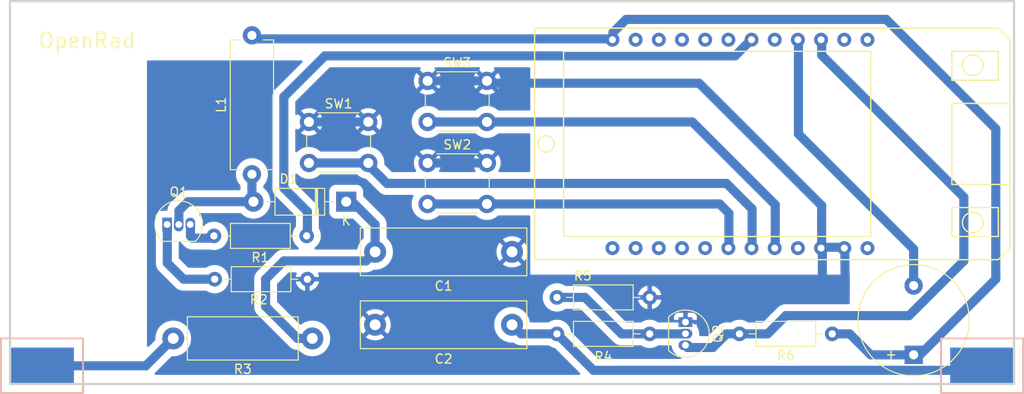
<source format=kicad_pcb>
(kicad_pcb (version 20240108) (generator "pcbnew") (generator_version "8.0")
  (layers (0 "F.Cu" signal "TopLayer") (31 "B.Cu" signal "BottomLayer") (34 "B.Paste" user "BottomPasteMaskLayer") (35 "F.Paste" user "TopPasteMaskLayer") (36 "B.SilkS" user "BottomSilkLayer") (37 "F.SilkS" user "TopSilkLayer") (38 "B.Mask" user "BottomSolderMaskLayer") (39 "F.Mask" user "TopSolderMaskLayer") (44 "Edge.Cuts" user "BoardOutLine"))
  (net 0 "")
  (net 1 "GND")
  (net 2 "ESP32(PWM)")
  (net 3 "ESP32(Interupt)")
  (net 4 "/R4_1")
  (net 5 "/R1_2")
  (net 6 "/R2_2")
  (net 7 "/R4_2")
  (net 8 "/D1_1")
  (net 9 "Net-(HIGHV1-Pad1)")
  (net 10 "/L1_1")
  (net 11 "+3.3V")
  (net 12 "Buzzer")
  (net 14 "Input2")
  (net 26 "Input3")
  (net 29 "Input1")
  (footprint "Capacitor_THT:C_Rect_L18.0mm_W5.0mm_P15.00mm_FKS3_FKP3" (layer "F.Cu") (at 129.9999 111.5004)
    (property "Reference" "C1" (at 7.5001 3.7496 0) (layer "F.SilkS"))
    (property "Value" "0.01uF" (hide yes))
    (fp_line (start -1.62 -2.62) (end -1.62 2.62) (stroke (width 0.12)) (layer "F.SilkS"))
    (fp_line (start -1.62 -2.62) (end 16.62 -2.62) (stroke (width 0.12)) (layer "F.SilkS"))
    (fp_line (start -1.62 2.62) (end 16.62 2.62) (stroke (width 0.12)) (layer "F.SilkS"))
    (fp_line (start 16.62 -2.62) (end 16.62 2.62) (stroke (width 0.12)) (layer "F.SilkS"))
    (pad "1" thru_hole circle (at 0 0) (size 2.4 2.4) (drill 1.2) (layers "*.Cu" "*.Mask") (net 8 "/D1_1"))
    (pad "2" thru_hole circle (at 15 0) (size 2.4 2.4) (drill 1.2) (layers "*.Cu" "*.Mask") (net 1 "GND"))
  )
  (footprint "Resistor_THT:R_Axial_DIN0414_L11.9mm_D4.5mm_P15.24mm_Horizontal" (layer "F.Cu") (at 123.12 121 180)
    (property "Reference" "R3" (at 7.62 -3.37 180) (layer "F.SilkS"))
    (property "Value" "4.7M" (hide yes))
    (fp_line (start 13.8 0) (end 13.69 0) (stroke (width 0.12)) (layer "F.SilkS"))
    (fp_line (start 13.69 2.37) (end 13.69 -2.37) (stroke (width 0.12)) (layer "F.SilkS"))
    (fp_line (start 13.69 -2.37) (end 1.55 -2.37) (stroke (width 0.12)) (layer "F.SilkS"))
    (fp_line (start 1.55 2.37) (end 13.69 2.37) (stroke (width 0.12)) (layer "F.SilkS"))
    (fp_line (start 1.55 -2.37) (end 1.55 2.37) (stroke (width 0.12)) (layer "F.SilkS"))
    (fp_line (start 1.44 0) (end 1.55 0) (stroke (width 0.12)) (layer "F.SilkS"))
    (pad "1" thru_hole circle (at 0 0 180) (size 2.4 2.4) (drill 1.2) (layers "*.Cu" "*.Mask") (net 8 "/D1_1"))
    (pad "2" thru_hole oval (at 15.24 0 180) (size 2.4 2.4) (drill 1.2) (layers "*.Cu" "*.Mask") (net 9 "Net-(HIGHV1-Pad1)"))
  )
  (footprint "extras:TTGO_ESP32_TDisplay_v1.1" (layer "F.Cu") (at 197 86.96 180)
    (property "Reference" "TTGO1" (hide yes))
    (property "Value" "TTGO_ESP32_TDISPLAY_V1.1" (hide yes))
    (fp_line (start 49.53 0) (end 44.45 0) (stroke (width 0.15)) (layer "F.SilkS"))
    (fp_line (start 49.53 -25.4) (end 49.53 0) (stroke (width 0.15)) (layer "F.SilkS"))
    (fp_line (start 49.53 -25.4) (end 45.72 -25.4) (stroke (width 0.15)) (layer "F.SilkS"))
    (fp_line (start 46.355 -2.54) (end 12.7 -2.54) (stroke (width 0.15)) (layer "F.SilkS"))
    (fp_line (start 46.355 -22.86) (end 46.355 -2.54) (stroke (width 0.15)) (layer "F.SilkS"))
    (fp_line (start 45.72 -25.4) (end 0 -25.4) (stroke (width 0.15)) (layer "F.SilkS"))
    (fp_line (start 44.45 0) (end 0 0) (stroke (width 0.15)) (layer "F.SilkS"))
    (fp_line (start 12.7 -2.54) (end 12.7 -22.86) (stroke (width 0.15)) (layer "F.SilkS"))
    (fp_line (start 12.7 -22.86) (end 46.355 -22.86) (stroke (width 0.15)) (layer "F.SilkS"))
    (fp_line (start 3.81 -2.54) (end -1.27 -2.54) (stroke (width 0.15)) (layer "F.SilkS"))
    (fp_line (start 3.81 -5.715) (end 3.81 -2.54) (stroke (width 0.15)) (layer "F.SilkS"))
    (fp_line (start 3.81 -8.255) (end -2.54 -8.255) (stroke (width 0.15)) (layer "F.SilkS"))
    (fp_line (start 3.81 -17.145) (end 3.81 -8.255) (stroke (width 0.15)) (layer "F.SilkS"))
    (fp_line (start 3.81 -19.685) (end -1.27 -19.685) (stroke (width 0.15)) (layer "F.SilkS"))
    (fp_line (start 3.81 -22.86) (end 3.81 -19.685) (stroke (width 0.15)) (layer "F.SilkS"))
    (fp_line (start 1.27 -17.145) (end 3.81 -17.145) (stroke (width 0.15)) (layer "F.SilkS"))
    (fp_line (start 1.27 -17.145) (end -2.54 -17.145) (stroke (width 0.15)) (layer "F.SilkS"))
    (fp_line (start 0 0) (end -1.27 0) (stroke (width 0.15)) (layer "F.SilkS"))
    (fp_line (start -1.27 0) (end -2.54 -1.27) (stroke (width 0.15)) (layer "F.SilkS"))
    (fp_line (start -1.27 -2.54) (end -1.27 -5.715) (stroke (width 0.15)) (layer "F.SilkS"))
    (fp_line (start -1.27 -5.715) (end 3.81 -5.715) (stroke (width 0.15)) (layer "F.SilkS"))
    (fp_line (start -1.27 -19.685) (end -1.27 -22.86) (stroke (width 0.15)) (layer "F.SilkS"))
    (fp_line (start -1.27 -22.86) (end 3.81 -22.86) (stroke (width 0.15)) (layer "F.SilkS"))
    (fp_line (start -1.27 -25.4) (end 0 -25.4) (stroke (width 0.15)) (layer "F.SilkS"))
    (fp_line (start -2.54 -1.27) (end -2.54 -24.13) (stroke (width 0.15)) (layer "F.SilkS"))
    (fp_line (start -2.54 -8.255) (end 1.27 -8.255) (stroke (width 0.15)) (layer "F.SilkS"))
    (fp_line (start -2.54 -24.13) (end -1.27 -25.4) (stroke (width 0.15)) (layer "F.SilkS"))
    (fp_circle (center 48.26 -12.7) (end 48.895 -13.335) (stroke (width 0.15)) (fill none) (layer "F.SilkS"))
    (fp_circle (center 1.524 -4.064) (end 2.54 -4.572) (stroke (width 0.15)) (fill none) (layer "F.SilkS"))
    (fp_circle (center 1.524 -21.336) (end 2.54 -21.844) (stroke (width 0.15)) (fill none) (layer "F.SilkS"))
    (pad "1" thru_hole circle (at 13.06 -1.27 180) (size 1.524 1.524) (drill 0.762) (layers "*.Cu" "*.Mask"))
    (pad "2" thru_hole circle (at 15.6 -1.27 180) (size 1.524 1.524) (drill 0.762) (layers "*.Cu" "*.Mask"))
    (pad "3" thru_hole circle (at 18.14 -1.27 180) (size 1.524 1.524) (drill 0.762) (layers "*.Cu" "*.Mask") (net 3 "ESP32(Interupt)"))
    (pad "4" thru_hole circle (at 20.68 -1.27 180) (size 1.524 1.524) (drill 0.762) (layers "*.Cu" "*.Mask") (net 12 "Buzzer"))
    (pad "5" thru_hole circle (at 23.22 -1.27 180) (size 1.524 1.524) (drill 0.762) (layers "*.Cu" "*.Mask"))
    (pad "6" thru_hole circle (at 25.76 -1.27 180) (size 1.524 1.524) (drill 0.762) (layers "*.Cu" "*.Mask") (net 2 "ESP32(PWM)"))
    (pad "7" thru_hole circle (at 28.3 -1.27 180) (size 1.524 1.524) (drill 0.762) (layers "*.Cu" "*.Mask"))
    (pad "8" thru_hole circle (at 30.84 -1.27 180) (size 1.524 1.524) (drill 0.762) (layers "*.Cu" "*.Mask"))
    (pad "9" thru_hole circle (at 33.38 -1.27 180) (size 1.524 1.524) (drill 0.762) (layers "*.Cu" "*.Mask"))
    (pad "10" thru_hole circle (at 35.92 -1.27 180) (size 1.524 1.524) (drill 0.762) (layers "*.Cu" "*.Mask"))
    (pad "11" thru_hole circle (at 38.46 -1.27 180) (size 1.524 1.524) (drill 0.762) (layers "*.Cu" "*.Mask"))
    (pad "12" thru_hole circle (at 41 -1.27 180) (size 1.524 1.524) (drill 0.762) (layers "*.Cu" "*.Mask") (net 11 "+3.3V"))
    (pad "13" thru_hole circle (at 41 -24.13 180) (size 1.524 1.524) (drill 0.762) (layers "*.Cu" "*.Mask"))
    (pad "14" thru_hole circle (at 38.46 -24.13 180) (size 1.524 1.524) (drill 0.762) (layers "*.Cu" "*.Mask"))
    (pad "15" thru_hole circle (at 35.92 -24.13 180) (size 1.524 1.524) (drill 0.762) (layers "*.Cu" "*.Mask"))
    (pad "16" thru_hole circle (at 33.38 -24.13 180) (size 1.524 1.524) (drill 0.762) (layers "*.Cu" "*.Mask"))
    (pad "17" thru_hole circle (at 30.84 -24.13 180) (size 1.524 1.524) (drill 0.762) (layers "*.Cu" "*.Mask"))
    (pad "18" thru_hole circle (at 28.3 -24.13 180) (size 1.524 1.524) (drill 0.762) (layers "*.Cu" "*.Mask") (net 29 "Input1"))
    (pad "19" thru_hole circle (at 25.76 -24.13 180) (size 1.524 1.524) (drill 0.762) (layers "*.Cu" "*.Mask") (net 14 "Input2"))
    (pad "20" thru_hole circle (at 23.22 -24.13 180) (size 1.524 1.524) (drill 0.762) (layers "*.Cu" "*.Mask") (net 26 "Input3"))
    (pad "21" thru_hole circle (at 20.68 -24.13 180) (size 1.524 1.524) (drill 0.762) (layers "*.Cu" "*.Mask"))
    (pad "22" thru_hole circle (at 18.14 -24.13 180) (size 1.524 1.524) (drill 0.762) (layers "*.Cu" "*.Mask") (net 1 "GND"))
    (pad "23" thru_hole circle (at 15.6 -24.13 180) (size 1.524 1.524) (drill 0.762) (layers "*.Cu" "*.Mask") (net 1 "GND"))
    (pad "24" thru_hole circle (at 13.06 -24.13 180) (size 1.524 1.524) (drill 0.762) (layers "*.Cu" "*.Mask"))
  )
  (footprint "Button_Switch_THT:SW_PUSH_6mm_H13mm" (layer "F.Cu") (at 142.25 97.25 180)
    (property "Reference" "SW3" (at 3.25 6.5 180) (layer "F.SilkS"))
    (property "Value" "SW_Push" (hide yes))
    (fp_line (start 6.75 3) (end 6.75 1.5) (stroke (width 0.12)) (layer "F.SilkS"))
    (fp_line (start 5.5 -1) (end 1 -1) (stroke (width 0.12)) (layer "F.SilkS"))
    (fp_line (start 1 5.5) (end 5.5 5.5) (stroke (width 0.12)) (layer "F.SilkS"))
    (fp_line (start -0.25 1.5) (end -0.25 3) (stroke (width 0.12)) (layer "F.SilkS"))
    (pad "1" thru_hole circle (at 0 0 270) (size 2 2) (drill 1.1) (layers "*.Cu" "*.Mask") (net 26 "Input3"))
    (pad "1" thru_hole circle (at 6.5 0 270) (size 2 2) (drill 1.1) (layers "*.Cu" "*.Mask") (net 26 "Input3"))
    (pad "2" thru_hole circle (at 0 4.5 270) (size 2 2) (drill 1.1) (layers "*.Cu" "*.Mask") (net 1 "GND"))
    (pad "2" thru_hole circle (at 6.5 4.5 270) (size 2 2) (drill 1.1) (layers "*.Cu" "*.Mask") (net 1 "GND"))
  )
  (footprint "Diode_THT:D_DO-41_SOD81_P10.16mm_Horizontal" (layer "F.Cu") (at 126.83 106 180)
    (property "Reference" "D1" (at 6.33 2.5 180) (layer "F.SilkS"))
    (property "Value" "1N4937" (hide yes))
    (fp_line (start 8.82 0) (end 7.8 0) (stroke (width 0.12)) (layer "F.SilkS"))
    (fp_line (start 7.8 1.47) (end 7.8 -1.47) (stroke (width 0.12)) (layer "F.SilkS"))
    (fp_line (start 7.8 -1.47) (end 2.36 -1.47) (stroke (width 0.12)) (layer "F.SilkS"))
    (fp_line (start 3.38 -1.47) (end 3.38 1.47) (stroke (width 0.12)) (layer "F.SilkS"))
    (fp_line (start 3.26 -1.47) (end 3.26 1.47) (stroke (width 0.12)) (layer "F.SilkS"))
    (fp_line (start 3.14 -1.47) (end 3.14 1.47) (stroke (width 0.12)) (layer "F.SilkS"))
    (fp_line (start 2.36 1.47) (end 7.8 1.47) (stroke (width 0.12)) (layer "F.SilkS"))
    (fp_line (start 2.36 -1.47) (end 2.36 1.47) (stroke (width 0.12)) (layer "F.SilkS"))
    (fp_line (start 1.34 0) (end 2.36 0) (stroke (width 0.12)) (layer "F.SilkS"))
    (fp_text user "K" (at 0 -2.1 180) (layer "F.SilkS"))
    (pad "1" thru_hole rect (at 0 0 180) (size 2.2 2.2) (drill 1.1) (layers "*.Cu" "*.Mask") (net 8 "/D1_1"))
    (pad "2" thru_hole oval (at 10.16 0 180) (size 2.2 2.2) (drill 1.1) (layers "*.Cu" "*.Mask") (net 10 "/L1_1"))
  )
  (footprint "Resistor_THT:R_Axial_DIN0207_L6.3mm_D2.5mm_P10.16mm_Horizontal" (layer "F.Cu") (at 149.92 116.5)
    (property "Reference" "R5" (at 2.83 -2.37 0) (layer "F.SilkS"))
    (property "Value" "100k" (hide yes))
    (fp_line (start 1.04 0) (end 1.81 0) (stroke (width 0.12)) (layer "F.SilkS"))
    (fp_line (start 1.81 -1.37) (end 1.81 1.37) (stroke (width 0.12)) (layer "F.SilkS"))
    (fp_line (start 1.81 1.37) (end 8.35 1.37) (stroke (width 0.12)) (layer "F.SilkS"))
    (fp_line (start 8.35 -1.37) (end 1.81 -1.37) (stroke (width 0.12)) (layer "F.SilkS"))
    (fp_line (start 8.35 1.37) (end 8.35 -1.37) (stroke (width 0.12)) (layer "F.SilkS"))
    (fp_line (start 9.12 0) (end 8.35 0) (stroke (width 0.12)) (layer "F.SilkS"))
    (pad "1" thru_hole circle (at 0 0) (size 1.6 1.6) (drill 0.8) (layers "*.Cu" "*.Mask") (net 4 "/R4_1"))
    (pad "2" thru_hole oval (at 10.16 0) (size 1.6 1.6) (drill 0.8) (layers "*.Cu" "*.Mask") (net 1 "GND"))
  )
  (footprint "Buzzer_Beeper:Buzzer_12x9.5RM7.6" (layer "F.Cu") (at 189 122.8 90)
    (property "Reference" "BZ1" (hide yes))
    (property "Value" "Buzzer")
    (fp_circle (center 3.8 0) (end 9.9 0) (stroke (width 0.12)) (fill none) (layer "F.SilkS"))
    (fp_text user "+" (at -0.01 -2.54 -90) (layer "F.SilkS"))
    (pad "1" thru_hole rect (at 0 0 90) (size 2 2) (drill 1) (layers "*.Cu" "*.Mask") (net 11 "+3.3V"))
    (pad "2" thru_hole circle (at 7.6 0 90) (size 2 2) (drill 1) (layers "*.Cu" "*.Mask") (net 12 "Buzzer"))
  )
  (footprint "Package_TO_SOT_THT:TO-92_Inline" (layer "F.Cu") (at 107.21 108.5)
    (property "Reference" "Q1" (at 1.27 -3.56 0) (layer "F.SilkS"))
    (property "Value" "MJE13001C1" (hide yes))
    (fp_line (start -0.53 1.85) (end 3.07 1.85) (stroke (width 0.12)) (layer "F.SilkS"))
    (fp_arc (start -0.568478 1.838478) (mid -1.132087 -0.994977) (end 1.27 -2.6) (stroke (width 0.12)) (layer "F.SilkS"))
    (fp_arc (start 1.27 -2.6) (mid 3.672087 -0.994977) (end 3.108478 1.838478) (stroke (width 0.12)) (layer "F.SilkS"))
    (pad "1" thru_hole rect (at 0 0) (size 1.05 1.5) (drill 0.75) (layers "*.Cu" "*.Mask") (net 6 "/R2_2"))
    (pad "2" thru_hole oval (at 1.27 0) (size 1.05 1.5) (drill 0.75) (layers "*.Cu" "*.Mask") (net 10 "/L1_1"))
    (pad "3" thru_hole oval (at 2.54 0) (size 1.05 1.5) (drill 0.75) (layers "*.Cu" "*.Mask") (net 5 "/R1_2"))
  )
  (footprint "Resistor_THT:R_Axial_DIN0207_L6.3mm_D2.5mm_P10.16mm_Horizontal" (layer "F.Cu") (at 180.08 120.5 180)
    (property "Reference" "R6" (at 5.08 -2.37 180) (layer "F.SilkS"))
    (property "Value" "10k" (hide yes))
    (fp_line (start 9.12 0) (end 8.35 0) (stroke (width 0.12)) (layer "F.SilkS"))
    (fp_line (start 8.35 1.37) (end 8.35 -1.37) (stroke (width 0.12)) (layer "F.SilkS"))
    (fp_line (start 8.35 -1.37) (end 1.81 -1.37) (stroke (width 0.12)) (layer "F.SilkS"))
    (fp_line (start 1.81 1.37) (end 8.35 1.37) (stroke (width 0.12)) (layer "F.SilkS"))
    (fp_line (start 1.81 -1.37) (end 1.81 1.37) (stroke (width 0.12)) (layer "F.SilkS"))
    (fp_line (start 1.04 0) (end 1.81 0) (stroke (width 0.12)) (layer "F.SilkS"))
    (pad "1" thru_hole circle (at 0 0 180) (size 1.6 1.6) (drill 0.8) (layers "*.Cu" "*.Mask") (net 11 "+3.3V"))
    (pad "2" thru_hole oval (at 10.16 0 180) (size 1.6 1.6) (drill 0.8) (layers "*.Cu" "*.Mask") (net 3 "ESP32(Interupt)"))
  )
  (footprint "Capacitor_THT:C_Rect_L18.0mm_W5.0mm_P15.00mm_FKS3_FKP3" (layer "F.Cu") (at 145 119.5 180)
    (property "Reference" "C2" (at 7.5 -3.75 180) (layer "F.SilkS"))
    (property "Value" "220pF" (hide yes))
    (fp_line (start 16.62 -2.62) (end 16.62 2.62) (stroke (width 0.12)) (layer "F.SilkS"))
    (fp_line (start -1.62 2.62) (end 16.62 2.62) (stroke (width 0.12)) (layer "F.SilkS"))
    (fp_line (start -1.62 -2.62) (end 16.62 -2.62) (stroke (width 0.12)) (layer "F.SilkS"))
    (fp_line (start -1.62 -2.62) (end -1.62 2.62) (stroke (width 0.12)) (layer "F.SilkS"))
    (pad "1" thru_hole circle (at 0 0 180) (size 2.4 2.4) (drill 1.2) (layers "*.Cu" "*.Mask") (net 7 "/R4_2"))
    (pad "2" thru_hole circle (at 15 0 180) (size 2.4 2.4) (drill 1.2) (layers "*.Cu" "*.Mask") (net 1 "GND"))
  )
  (footprint "Package_TO_SOT_THT:TO-92_Inline" (layer "F.Cu") (at 164 119.21 -90)
    (property "Reference" "Q2" (at 1.27 -3.56 90) (layer "F.SilkS"))
    (property "Value" "2N3904")
    (fp_line (start -0.53 1.85) (end 3.07 1.85) (stroke (width 0.12)) (layer "F.SilkS"))
    (fp_arc (start -0.568478 1.838478) (mid -1.132087 -0.994977) (end 1.27 -2.6) (stroke (width 0.12)) (layer "F.SilkS"))
    (fp_arc (start 1.27 -2.6) (mid 3.672087 -0.994977) (end 3.108478 1.838478) (stroke (width 0.12)) (layer "F.SilkS"))
    (pad "1" thru_hole rect (at 0 0 270) (size 1.05 1.5) (drill 0.75) (layers "*.Cu" "*.Mask") (net 1 "GND"))
    (pad "2" thru_hole oval (at 1.27 0 270) (size 1.05 1.5) (drill 0.75) (layers "*.Cu" "*.Mask") (net 4 "/R4_1"))
    (pad "3" thru_hole oval (at 2.54 0 270) (size 1.05 1.5) (drill 0.75) (layers "*.Cu" "*.Mask") (net 3 "ESP32(Interupt)"))
  )
  (footprint "Button_Switch_THT:SW_PUSH_6mm_H13mm" (layer "F.Cu") (at 129.25 101.75 180)
    (property "Reference" "SW1" (at 3.25 6.5 180) (layer "F.SilkS"))
    (property "Value" "SW_Push" (hide yes))
    (fp_line (start 6.75 3) (end 6.75 1.5) (stroke (width 0.12)) (layer "F.SilkS"))
    (fp_line (start 5.5 -1) (end 1 -1) (stroke (width 0.12)) (layer "F.SilkS"))
    (fp_line (start 1 5.5) (end 5.5 5.5) (stroke (width 0.12)) (layer "F.SilkS"))
    (fp_line (start -0.25 1.5) (end -0.25 3) (stroke (width 0.12)) (layer "F.SilkS"))
    (pad "1" thru_hole circle (at 0 0 270) (size 2 2) (drill 1.1) (layers "*.Cu" "*.Mask") (net 14 "Input2"))
    (pad "1" thru_hole circle (at 6.5 0 270) (size 2 2) (drill 1.1) (layers "*.Cu" "*.Mask") (net 14 "Input2"))
    (pad "2" thru_hole circle (at 0 4.5 270) (size 2 2) (drill 1.1) (layers "*.Cu" "*.Mask") (net 1 "GND"))
    (pad "2" thru_hole circle (at 6.5 4.5 270) (size 2 2) (drill 1.1) (layers "*.Cu" "*.Mask") (net 1 "GND"))
  )
  (footprint "Button_Switch_THT:SW_PUSH_6mm_H13mm" (layer "F.Cu") (at 142.25 106.25 180)
    (property "Reference" "SW2" (at 3.25 6.5 180) (layer "F.SilkS"))
    (property "Value" "SW_Push" (hide yes))
    (fp_line (start 6.75 3) (end 6.75 1.5) (stroke (width 0.12)) (layer "F.SilkS"))
    (fp_line (start 5.5 -1) (end 1 -1) (stroke (width 0.12)) (layer "F.SilkS"))
    (fp_line (start 1 5.5) (end 5.5 5.5) (stroke (width 0.12)) (layer "F.SilkS"))
    (fp_line (start -0.25 1.5) (end -0.25 3) (stroke (width 0.12)) (layer "F.SilkS"))
    (pad "1" thru_hole circle (at 0 0 270) (size 2 2) (drill 1.1) (layers "*.Cu" "*.Mask") (net 29 "Input1"))
    (pad "1" thru_hole circle (at 6.5 0 270) (size 2 2) (drill 1.1) (layers "*.Cu" "*.Mask") (net 29 "Input1"))
    (pad "2" thru_hole circle (at 0 4.5 270) (size 2 2) (drill 1.1) (layers "*.Cu" "*.Mask") (net 1 "GND"))
    (pad "2" thru_hole circle (at 6.5 4.5 270) (size 2 2) (drill 1.1) (layers "*.Cu" "*.Mask") (net 1 "GND"))
  )
  (footprint "Inductor_THT:L_Axial_L14.0mm_D4.5mm_P15.24mm_Horizontal_Fastron_LACC" (layer "F.Cu") (at 116.5 102.99 90)
    (property "Reference" "L1" (at 7.62 -3.37 -90) (layer "F.SilkS"))
    (property "Value" "10mH" (hide yes))
    (fp_line (start 14.74 -2.37) (end 14.74 -1.24) (stroke (width 0.12)) (layer "F.SilkS"))
    (fp_line (start 0.5 -2.37) (end 14.74 -2.37) (stroke (width 0.12)) (layer "F.SilkS"))
    (fp_line (start 0.5 -1.24) (end 0.5 -2.37) (stroke (width 0.12)) (layer "F.SilkS"))
    (fp_line (start 0.5 1.24) (end 0.5 2.37) (stroke (width 0.12)) (layer "F.SilkS"))
    (fp_line (start 14.74 2.37) (end 14.74 1.24) (stroke (width 0.12)) (layer "F.SilkS"))
    (fp_line (start 0.5 2.37) (end 14.74 2.37) (stroke (width 0.12)) (layer "F.SilkS"))
    (pad "1" thru_hole circle (at 0 0 90) (size 2 2) (drill 1) (layers "*.Cu" "*.Mask") (net 10 "/L1_1"))
    (pad "2" thru_hole oval (at 15.24 0 90) (size 2 2) (drill 1) (layers "*.Cu" "*.Mask") (net 11 "+3.3V"))
  )
  (footprint "Resistor_THT:R_Axial_DIN0207_L6.3mm_D2.5mm_P10.16mm_Horizontal" (layer "F.Cu") (at 122.5 109.75 180)
    (property "Reference" "R1" (at 5.08 -2.37 180) (layer "F.SilkS"))
    (property "Value" "300" (hide yes))
    (fp_line (start 9.12 0) (end 8.35 0) (stroke (width 0.12)) (layer "F.SilkS"))
    (fp_line (start 8.35 1.37) (end 8.35 -1.37) (stroke (width 0.12)) (layer "F.SilkS"))
    (fp_line (start 8.35 -1.37) (end 1.81 -1.37) (stroke (width 0.12)) (layer "F.SilkS"))
    (fp_line (start 1.81 1.37) (end 8.35 1.37) (stroke (width 0.12)) (layer "F.SilkS"))
    (fp_line (start 1.81 -1.37) (end 1.81 1.37) (stroke (width 0.12)) (layer "F.SilkS"))
    (fp_line (start 1.04 0) (end 1.81 0) (stroke (width 0.12)) (layer "F.SilkS"))
    (pad "1" thru_hole circle (at 0 0 180) (size 1.6 1.6) (drill 0.8) (layers "*.Cu" "*.Mask") (net 2 "ESP32(PWM)"))
    (pad "2" thru_hole oval (at 10.16 0 180) (size 1.6 1.6) (drill 0.8) (layers "*.Cu" "*.Mask") (net 5 "/R1_2"))
  )
  (footprint "Resistor_THT:R_Axial_DIN0207_L6.3mm_D2.5mm_P10.16mm_Horizontal" (layer "F.Cu") (at 149.92 120.5)
    (property "Reference" "R4" (at 5.08 2.5 0) (layer "F.SilkS"))
    (property "Value" "22k" (hide yes))
    (fp_line (start 1.04 0) (end 1.81 0) (stroke (width 0.12)) (layer "F.SilkS"))
    (fp_line (start 1.81 -1.37) (end 1.81 1.37) (stroke (width 0.12)) (layer "F.SilkS"))
    (fp_line (start 1.81 1.37) (end 8.35 1.37) (stroke (width 0.12)) (layer "F.SilkS"))
    (fp_line (start 8.35 -1.37) (end 1.81 -1.37) (stroke (width 0.12)) (layer "F.SilkS"))
    (fp_line (start 8.35 1.37) (end 8.35 -1.37) (stroke (width 0.12)) (layer "F.SilkS"))
    (fp_line (start 9.12 0) (end 8.35 0) (stroke (width 0.12)) (layer "F.SilkS"))
    (pad "1" thru_hole circle (at 0 0) (size 1.6 1.6) (drill 0.8) (layers "*.Cu" "*.Mask") (net 7 "/R4_2"))
    (pad "2" thru_hole oval (at 10.16 0) (size 1.6 1.6) (drill 0.8) (layers "*.Cu" "*.Mask") (net 4 "/R4_1"))
  )
  (footprint "Resistor_THT:R_Axial_DIN0207_L6.3mm_D2.5mm_P10.16mm_Horizontal" (layer "F.Cu") (at 112.42 114.5)
    (property "Reference" "R2" (at 4.83 2.25 0) (layer "F.SilkS"))
    (property "Value" "22" (hide yes))
    (fp_line (start 1.04 0) (end 1.81 0) (stroke (width 0.12)) (layer "F.SilkS"))
    (fp_line (start 1.81 -1.37) (end 1.81 1.37) (stroke (width 0.12)) (layer "F.SilkS"))
    (fp_line (start 1.81 1.37) (end 8.35 1.37) (stroke (width 0.12)) (layer "F.SilkS"))
    (fp_line (start 8.35 -1.37) (end 1.81 -1.37) (stroke (width 0.12)) (layer "F.SilkS"))
    (fp_line (start 8.35 1.37) (end 8.35 -1.37) (stroke (width 0.12)) (layer "F.SilkS"))
    (fp_line (start 9.12 0) (end 8.35 0) (stroke (width 0.12)) (layer "F.SilkS"))
    (pad "1" thru_hole circle (at 0 0) (size 1.6 1.6) (drill 0.8) (layers "*.Cu" "*.Mask") (net 6 "/R2_2"))
    (pad "2" thru_hole oval (at 10.16 0) (size 1.6 1.6) (drill 0.8) (layers "*.Cu" "*.Mask") (net 1 "GND"))
  )
  (footprint "Super_extra:PAD_7X4" (layer "B.Cu") (at 196.5 124 180)
    (property "Reference" "DETECT1" (hide yes))
    (property "Value" "DETECT")
    (fp_rect (start 4.5 -3) (end -4.5 3) (stroke (width 0.2)) (fill none) (layer "B.SilkS"))
    (pad "1" smd rect (at 0 0 180) (size 7 4) (layers "B.Cu" "B.Paste" "B.Mask") (net 7 "/R4_2"))
  )
  (footprint "Super_extra:PAD_7X4" (layer "B.Cu") (at 93.5 124 180)
    (property "Reference" "HIGHV1" (hide yes))
    (property "Value" "HIGHV")
    (fp_rect (start 4.5 -3) (end -4.5 3) (stroke (width 0.2)) (fill none) (layer "B.SilkS"))
    (pad "1" smd rect (at 0 0 180) (size 7 4) (layers "B.Cu" "B.Paste" "B.Mask") (net 9 "Net-(HIGHV1-Pad1)"))
  )
  (gr_line (start 90 84.0005) (end 199.9998 84.0005) (stroke (width 0.254)) (layer "Edge.Cuts"))
  (gr_line (start 199.9998 84.0005) (end 199.9998 125.9999) (stroke (width 0.254)) (layer "Edge.Cuts"))
  (gr_line (start 90 125.9999) (end 90 84.0005) (stroke (width 0.254)) (layer "Edge.Cuts"))
  (gr_line (start 199.9998 125.9999) (end 90 125.9999) (stroke (width 0.254)) (layer "Edge.Cuts"))
  (gr_text "OpenRad" (at 93 87.3749 0) (layer "F.SilkS") (effects (font (size 1.6256 1.6256) (thickness 0.2032)) (justify left top)))
  (segment (start 135.75 101.75) (end 142.25 101.75) (width 1) (layer "B.Cu") (net 1))
  (segment (start 129.25 97.25) (end 122.75 97.25) (width 1) (layer "B.Cu") (net 1))
  (segment (start 178.9203 106.4216) (end 165.499 93.0002) (width 1) (layer "B.Cu") (net 1))
  (segment (start 178.9203 111.0012) (end 178.9203 106.4216) (width 1) (layer "B.Cu") (net 1))
  (segment (start 142.2986 93.0002) (end 142.0497 92.7513) (width 1) (layer "B.Cu") (net 1))
  (segment (start 179 111.23) (end 179 115.5) (width 1) (layer "B.Cu") (net 1))
  (segment (start 165.499 93.0002) (end 142.2986 93.0002) (width 1) (layer "B.Cu") (net 1))
  (segment (start 178.86 111.09) (end 179 111.23) (width 1) (layer "B.Cu") (net 1))
  (segment (start 181.4598 111.0004) (end 181.4998 115.5004) (width 1) (layer "B.Cu") (net 1))
  (segment (start 181.4598 111.0004) (end 178.9198 111.0004) (width 1) (layer "B.Cu") (net 1))
  (segment (start 135.75 92.75) (end 142.25 92.75) (width 1) (layer "B.Cu") (net 1))
  (segment (start 171.3003 88.1412) (end 169.441 90.0005) (width 1) (layer "B.Cu") (net 2))
  (segment (start 124.5008 90.0005) (end 119.9999 94.5013) (width 1) (layer "B.Cu") (net 2))
  (segment (start 169.441 90.0005) (end 124.5008 90.0005) (width 1) (layer "B.Cu") (net 2))
  (segment (start 122.5806 107.082) (end 122.5806 110.0004) (width 1) (layer "B.Cu") (net 2))
  (segment (start 119.9999 104.5013) (end 122.5806 107.082) (width 1) (layer "B.Cu") (net 2))
  (segment (start 119.9999 94.5013) (end 119.9999 104.5013) (width 1) (layer "B.Cu") (net 2))
  (segment (start 194.5007 112.4998) (end 188.4987 118.4993) (width 1) (layer "B.Cu") (net 3))
  (segment (start 168.4987 120.5008) (end 169.9211 120.5008) (width 1) (layer "B.Cu") (net 3))
  (segment (start 175.0011 118.4993) (end 172.9996 120.5008) (width 1) (layer "B.Cu") (net 3))
  (segment (start 188.4987 118.4993) (end 175.0011 118.4993) (width 1) (layer "B.Cu") (net 3))
  (segment (start 167.0001 121.9994) (end 168.4987 120.5008) (width 1) (layer "B.Cu") (net 3))
  (segment (start 164.0004 121.7708) (end 164.229 121.9994) (width 1) (layer "B.Cu") (net 3))
  (segment (start 178.9203 88.1412) (end 178.9203 89.9217) (width 1) (layer "B.Cu") (net 3))
  (segment (start 172.9996 120.5008) (end 169.9211 120.5008) (width 1) (layer "B.Cu") (net 3))
  (segment (start 194.5007 105.5021) (end 194.5007 112.4998) (width 1) (layer "B.Cu") (net 3))
  (segment (start 178.9203 89.9217) (end 194.5007 105.5021) (width 1) (layer "B.Cu") (net 3))
  (segment (start 164.229 121.9994) (end 167.0001 121.9994) (width 1) (layer "B.Cu") (net 3))
  (segment (start 157 120.5008) (end 152.9995 116.5003) (width 1) (layer "B.Cu") (net 4))
  (segment (start 160.0801 120.5005) (end 163.9999 120.5005) (width 1) (layer "B.Cu") (net 4))
  (segment (start 160.081 120.5008) (end 157 120.5008) (width 1) (layer "B.Cu") (net 4))
  (segment (start 160.0801 120.5006) (end 160.0801 120.5005) (width 1) (layer "B.Cu") (net 4))
  (segment (start 152.9992 116.5) (end 152.9995 116.5003) (width 0.2) (layer "B.Cu") (net 4))
  (segment (start 149.92 116.5) (end 152.9992 116.5) (width 1) (layer "B.Cu") (net 4))
  (segment (start 109.7701 109.7705) (end 110 110.0004) (width 1) (layer "B.Cu") (net 5))
  (segment (start 110 110.0004) (end 112.4201 110.0004) (width 1) (layer "B.Cu") (net 5))
  (segment (start 109.7701 108.5005) (end 109.7701 109.7705) (width 1) (layer "B.Cu") (net 5))
  (segment (start 109.0001 114.5005) (end 112.4201 114.5005) (width 1) (layer "B.Cu") (net 6))
  (segment (start 107.2301 108.5005) (end 107.2301 112.7305) (width 1) (layer "B.Cu") (net 6))
  (segment (start 107.2301 112.7305) (end 109.0001 114.5005) (width 1) (layer "B.Cu") (net 6))
  (segment (start 149.9201 120.5005) (end 146.0001 120.5005) (width 1) (layer "B.Cu") (net 7))
  (segment (start 146.0001 120.5005) (end 145.0001 119.5005) (width 1) (layer "B.Cu") (net 7))
  (segment (start 153.9199 124.5004) (end 149.9201 120.5006) (width 1) (layer "B.Cu") (net 7))
  (segment (start 195.9999 124.5004) (end 153.9199 124.5004) (width 1) (layer "B.Cu") (net 7))
  (segment (start 196.4999 124.0004) (end 195.9999 124.5004) (width 1) (layer "B.Cu") (net 7))
  (segment (start 123.1191 121.0012) (end 121.5011 121.0012) (width 1) (layer "B.Cu") (net 8))
  (segment (start 129.0017 112.4998) (end 129.9999 111.5016) (width 1) (layer "B.Cu") (net 8))
  (segment (start 118.001 117.501) (end 118.001 114.5013) (width 1) (layer "B.Cu") (net 8))
  (segment (start 129.9999 111.5016) (end 129.9999 108.4993) (width 1) (layer "B.Cu") (net 8))
  (segment (start 118.001 114.5013) (end 119.9999 112.4998) (width 1) (layer "B.Cu") (net 8))
  (segment (start 119.9999 112.4998) (end 129.0017 112.4998) (width 1) (layer "B.Cu") (net 8))
  (segment (start 126.58 106) (end 127.5005 106) (width 1) (layer "B.Cu") (net 8))
  (segment (start 121.5011 121.0012) (end 118.001 117.501) (width 1) (layer "B.Cu") (net 8))
  (segment (start 127.5005 106) (end 127.5006 105.9999) (width 1) (layer "B.Cu") (net 8))
  (segment (start 129.9999 108.4993) (end 127.5006 105.9999) (width 1) (layer "B.Cu") (net 8))
  (segment (start 104.8801 124.0004) (end 93.5001 124.0004) (width 1) (layer "B.Cu") (net 9))
  (segment (start 107.8801 121.0004) (end 104.8801 124.0004) (width 1) (layer "B.Cu") (net 9))
  (segment (start 108.5001 107.0003) (end 109.4998 106.0007) (width 1) (layer "B.Cu") (net 10))
  (segment (start 109.4998 106.0007) (end 116.6502 106.0007) (width 1) (layer "B.Cu") (net 10))
  (segment (start 108.5001 108.5005) (end 108.5001 107.0003) (width 1) (layer "B.Cu") (net 10))
  (segment (start 116.5003 105.8508) (end 116.6502 106.0007) (width 1) (layer "B.Cu") (net 10))
  (segment (start 116.5003 103.1206) (end 116.5003 105.8508) (width 1) (layer "B.Cu") (net 10))
  (segment (start 156.0598 88.1404) (end 116.7602 88.1404) (width 1) (layer "B.Cu") (net 11))
  (segment (start 198.0008 98.0015) (end 198.0008 114.4988) (width 1) (layer "B.Cu") (net 11))
  (segment (start 156.0603 88.1412) (end 156.0603 87.4401) (width 1) (layer "B.Cu") (net 11))
  (segment (start 156.0603 87.4401) (end 157.5005 86) (width 1) (layer "B.Cu") (net 11))
  (segment (start 198.0008 114.4988) (end 189.7001 122.7995) (width 1) (layer "B.Cu") (net 11))
  (segment (start 189.0001 122.8005) (end 184.2983 122.8005) (width 1) (layer "B.Cu") (net 11))
  (segment (start 185.9993 86) (end 198.0008 98.0015) (width 1) (layer "B.Cu") (net 11))
  (segment (start 189.7001 122.7995) (end 188.999 122.7995) (width 1) (layer "B.Cu") (net 11))
  (segment (start 116.7602 88.1404) (end 116.5003 87.8806) (width 1) (layer "B.Cu") (net 11))
  (segment (start 184.2983 122.8005) (end 181.9983 120.5006) (width 1) (layer "B.Cu") (net 11))
  (segment (start 157.5005 86) (end 185.9993 86) (width 1) (layer "B.Cu") (net 11))
  (segment (start 181.9983 120.5006) (end 180.0798 120.5006) (width 1) (layer "B.Cu") (net 11))
  (segment (start 189.0001 111.2008) (end 176.3798 98.5806) (width 1) (layer "B.Cu") (net 12))
  (segment (start 189.0001 115.2006) (end 189.0001 111.2008) (width 1) (layer "B.Cu") (net 12))
  (segment (start 176.3798 98.5806) (end 176.3798 88.1404) (width 1) (layer "B.Cu") (net 12))
  (segment (start 171.3003 106.8) (end 171.3003 111.0012) (width 1) (layer "B.Cu") (net 14))
  (segment (start 131.3004 104.0009) (end 168.5012 104.0009) (width 1) (layer "B.Cu") (net 14))
  (segment (start 168.5012 104.0009) (end 171.3003 106.8) (width 1) (layer "B.Cu") (net 14))
  (segment (start 129.0501 101.7504) (end 122.95 101.7504) (width 1) (layer "B.Cu") (net 14))
  (segment (start 129.05 101.7505) (end 131.3004 104.0009) (width 1) (layer "B.Cu") (net 14))
  (segment (start 135.75 97.25) (end 135.7506 97.2506) (width 1) (layer "B.Cu") (net 26))
  (segment (start 135.7506 97.2506) (end 164.7507 97.2506) (width 1) (layer "B.Cu") (net 26))
  (segment (start 164.7507 97.2506) (end 173.8403 106.3352) (width 1) (layer "B.Cu") (net 26))
  (segment (start 173.8403 106.3352) (end 173.8403 111.0012) (width 1) (layer "B.Cu") (net 26))
  (segment (start 135.7504 106.2504) (end 167.7509 106.2504) (width 1) (layer "B.Cu") (net 29))
  (segment (start 135.75 106.25) (end 135.7504 106.2504) (width 1) (layer "B.Cu") (net 29))
  (segment (start 168.7603 107.2597) (end 168.7603 111.0012) (width 1) (layer "B.Cu") (net 29))
  (segment (start 167.7509 106.2504) (end 168.7603 107.2597) (width 1) (layer "B.Cu") (net 29))
  (zone (net 1) (net_name "GND") (layer "B.Cu") (connect_pads (clearance 0.75)) (min_thickness 0.25) (fill yes (thermal_gap 0.5) (thermal_bridge_width 0.5))
    (polygon (pts (xy 146.9999 90.5005) (xy 105 90.5) (xy 105 125.0004) (xy 181.9998 125.0004) (xy 181.9998 114.0004) (xy 146.9999 114.0004)))
  )
)
</source>
